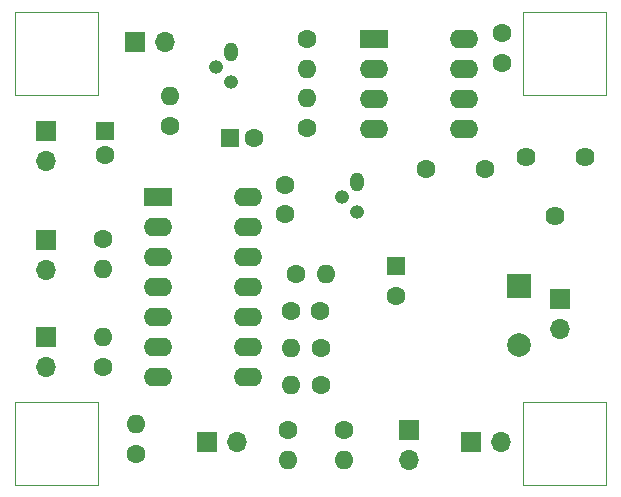
<source format=gbr>
%TF.GenerationSoftware,KiCad,Pcbnew,8.0.5*%
%TF.CreationDate,2024-10-07T08:20:55+01:00*%
%TF.ProjectId,GPS Rx PPS,47505320-5278-4205-9050-532e6b696361,0.1*%
%TF.SameCoordinates,Original*%
%TF.FileFunction,Soldermask,Top*%
%TF.FilePolarity,Negative*%
%FSLAX46Y46*%
G04 Gerber Fmt 4.6, Leading zero omitted, Abs format (unit mm)*
G04 Created by KiCad (PCBNEW 8.0.5) date 2024-10-07 08:20:55*
%MOMM*%
%LPD*%
G01*
G04 APERTURE LIST*
%ADD10C,0.100000*%
%ADD11R,1.700000X1.700000*%
%ADD12O,1.700000X1.700000*%
%ADD13C,1.600000*%
%ADD14O,1.600000X1.600000*%
%ADD15O,1.200000X1.600000*%
%ADD16O,1.200000X1.200000*%
%ADD17R,1.600000X1.600000*%
%ADD18C,1.620000*%
%ADD19R,2.000000X2.000000*%
%ADD20C,2.000000*%
%ADD21R,2.400000X1.600000*%
%ADD22O,2.400000X1.600000*%
G04 APERTURE END LIST*
D10*
X163000000Y-113000000D02*
X170000000Y-113000000D01*
X170000000Y-120000000D01*
X163000000Y-120000000D01*
X163000000Y-113000000D01*
X163000000Y-80000000D02*
X170000000Y-80000000D01*
X170000000Y-87000000D01*
X163000000Y-87000000D01*
X163000000Y-80000000D01*
X120000000Y-80000000D02*
X127000000Y-80000000D01*
X127000000Y-87000000D01*
X120000000Y-87000000D01*
X120000000Y-80000000D01*
X120000000Y-113000000D02*
X127000000Y-113000000D01*
X127000000Y-120000000D01*
X120000000Y-120000000D01*
X120000000Y-113000000D01*
D11*
%TO.C,CON2*%
X122600000Y-99300000D03*
D12*
X122600000Y-101840000D03*
%TD*%
D11*
%TO.C,CON3*%
X122600000Y-107500000D03*
D12*
X122600000Y-110040000D03*
%TD*%
D13*
%TO.C,R6*%
X145845000Y-108400000D03*
D14*
X143305000Y-108400000D03*
%TD*%
D15*
%TO.C,Q2*%
X148915276Y-94414724D03*
D16*
X147645276Y-95684724D03*
X148915276Y-96954724D03*
%TD*%
D13*
%TO.C,R4*%
X127400000Y-110045000D03*
D14*
X127400000Y-107505000D03*
%TD*%
D17*
%TO.C,C1*%
X127600000Y-90100000D03*
D13*
X127600000Y-92100000D03*
%TD*%
%TO.C,R9*%
X145845000Y-111600000D03*
D14*
X143305000Y-111600000D03*
%TD*%
D11*
%TO.C,CON1*%
X122600000Y-90100000D03*
D12*
X122600000Y-92640000D03*
%TD*%
D11*
%TO.C,J1*%
X153300000Y-115400000D03*
D12*
X153300000Y-117940000D03*
%TD*%
D13*
%TO.C,R10*%
X143100000Y-115400000D03*
D14*
X143100000Y-117940000D03*
%TD*%
D11*
%TO.C,CON4*%
X130100000Y-82500000D03*
D12*
X132640000Y-82500000D03*
%TD*%
D18*
%TO.C,RV1*%
X163200000Y-92300000D03*
X165700000Y-97300000D03*
X168200000Y-92300000D03*
%TD*%
D17*
%TO.C,C7*%
X152200000Y-101500000D03*
D13*
X152200000Y-104000000D03*
%TD*%
%TO.C,R5*%
X144700000Y-82255000D03*
D14*
X144700000Y-84795000D03*
%TD*%
D13*
%TO.C,R3*%
X144700000Y-89845000D03*
D14*
X144700000Y-87305000D03*
%TD*%
D17*
%TO.C,C4*%
X138200000Y-90700000D03*
D13*
X140200000Y-90700000D03*
%TD*%
%TO.C,R1*%
X127400000Y-99200000D03*
D14*
X127400000Y-101740000D03*
%TD*%
D13*
%TO.C,C5*%
X159800000Y-93300000D03*
X154800000Y-93300000D03*
%TD*%
%TO.C,C6*%
X145800000Y-105300000D03*
X143300000Y-105300000D03*
%TD*%
D19*
%TO.C,LS1*%
X162600000Y-103200000D03*
D20*
X162600000Y-108200000D03*
%TD*%
D13*
%TO.C,R2*%
X133100000Y-89600000D03*
D14*
X133100000Y-87060000D03*
%TD*%
D13*
%TO.C,C2*%
X142800000Y-94600000D03*
X142800000Y-97100000D03*
%TD*%
%TO.C,R11*%
X147800000Y-115400000D03*
D14*
X147800000Y-117940000D03*
%TD*%
D11*
%TO.C,CON5*%
X136225000Y-116400000D03*
D12*
X138765000Y-116400000D03*
%TD*%
D13*
%TO.C,R8*%
X130200000Y-117440000D03*
D14*
X130200000Y-114900000D03*
%TD*%
D16*
%TO.C,Q1*%
X138215276Y-85954724D03*
X136945276Y-84684724D03*
D15*
X138215276Y-83414724D03*
%TD*%
D11*
%TO.C,CON7*%
X166100000Y-104300000D03*
D12*
X166100000Y-106840000D03*
%TD*%
D13*
%TO.C,C3*%
X161200000Y-81800000D03*
X161200000Y-84300000D03*
%TD*%
%TO.C,R7*%
X143755000Y-102200000D03*
D14*
X146295000Y-102200000D03*
%TD*%
D11*
%TO.C,CON6*%
X158560000Y-116400000D03*
D12*
X161100000Y-116400000D03*
%TD*%
D21*
%TO.C,U1*%
X150375000Y-82300000D03*
D22*
X150375000Y-84840000D03*
X150375000Y-87380000D03*
X150375000Y-89920000D03*
X157995000Y-89920000D03*
X157995000Y-87380000D03*
X157995000Y-84840000D03*
X157995000Y-82300000D03*
%TD*%
D21*
%TO.C,U2*%
X132080000Y-95660000D03*
D22*
X132080000Y-98200000D03*
X132080000Y-100740000D03*
X132080000Y-103280000D03*
X132080000Y-105820000D03*
X132080000Y-108360000D03*
X132080000Y-110900000D03*
X139700000Y-110900000D03*
X139700000Y-108360000D03*
X139700000Y-105820000D03*
X139700000Y-103280000D03*
X139700000Y-100740000D03*
X139700000Y-98200000D03*
X139700000Y-95660000D03*
%TD*%
M02*

</source>
